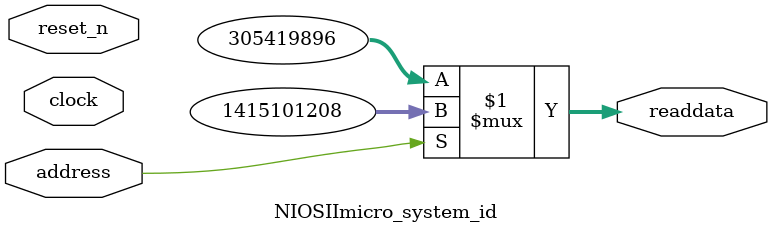
<source format=v>

`timescale 1ns / 1ps
// synthesis translate_on

// turn off superfluous verilog processor warnings 
// altera message_level Level1 
// altera message_off 10034 10035 10036 10037 10230 10240 10030 

module NIOSIImicro_system_id (
               // inputs:
                address,
                clock,
                reset_n,

               // outputs:
                readdata
             )
;

  output  [ 31: 0] readdata;
  input            address;
  input            clock;
  input            reset_n;

  wire    [ 31: 0] readdata;
  //control_slave, which is an e_avalon_slave
  assign readdata = address ? 1415101208 : 305419896;

endmodule




</source>
